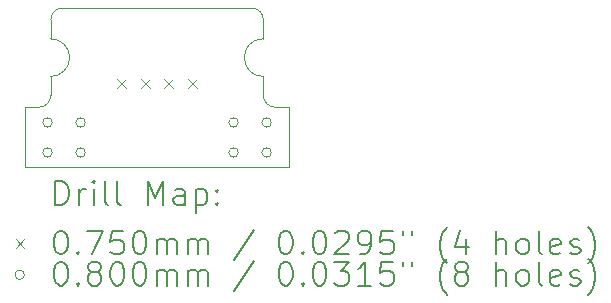
<source format=gbr>
%TF.GenerationSoftware,KiCad,Pcbnew,7.0.8*%
%TF.CreationDate,2025-01-02T16:25:01-08:00*%
%TF.ProjectId,tachometer board,74616368-6f6d-4657-9465-7220626f6172,rev?*%
%TF.SameCoordinates,Original*%
%TF.FileFunction,Drillmap*%
%TF.FilePolarity,Positive*%
%FSLAX45Y45*%
G04 Gerber Fmt 4.5, Leading zero omitted, Abs format (unit mm)*
G04 Created by KiCad (PCBNEW 7.0.8) date 2025-01-02 16:25:01*
%MOMM*%
%LPD*%
G01*
G04 APERTURE LIST*
%ADD10C,0.100000*%
%ADD11C,0.200000*%
%ADD12C,0.075000*%
%ADD13C,0.080000*%
G04 APERTURE END LIST*
D10*
X16419289Y-10074289D02*
X14819289Y-10074289D01*
X14501789Y-11424289D02*
X14501789Y-10914289D01*
X16736789Y-10914289D02*
X16619289Y-10914289D01*
X16519289Y-10814289D02*
X16519289Y-10654289D01*
X16519291Y-10814289D02*
G75*
G03*
X16619289Y-10914289I99999J-1D01*
G01*
X16519291Y-10174289D02*
G75*
G03*
X16419289Y-10074289I-100001J-1D01*
G01*
X14819289Y-10074289D02*
G75*
G03*
X14719289Y-10174289I1J-100001D01*
G01*
X14719289Y-10334289D02*
X14719289Y-10174289D01*
X16519289Y-10334289D02*
X16519289Y-10174289D01*
X14501789Y-10914289D02*
X14619289Y-10914289D01*
X14719289Y-10654291D02*
G75*
G03*
X14719289Y-10334289I1J160001D01*
G01*
X14501789Y-11424289D02*
X16736789Y-11424289D01*
X14719289Y-10814289D02*
X14719289Y-10654289D01*
X16519289Y-10334291D02*
G75*
G03*
X16519289Y-10654289I1J-159999D01*
G01*
X14619289Y-10914289D02*
G75*
G03*
X14719289Y-10814289I1J99999D01*
G01*
X16736789Y-11424289D02*
X16736789Y-10914289D01*
D11*
D12*
X15281789Y-10677500D02*
X15356789Y-10752500D01*
X15356789Y-10677500D02*
X15281789Y-10752500D01*
X15481789Y-10677500D02*
X15556789Y-10752500D01*
X15556789Y-10677500D02*
X15481789Y-10752500D01*
X15681789Y-10677500D02*
X15756789Y-10752500D01*
X15756789Y-10677500D02*
X15681789Y-10752500D01*
X15881789Y-10677500D02*
X15956789Y-10752500D01*
X15956789Y-10677500D02*
X15881789Y-10752500D01*
D13*
X14731789Y-11043000D02*
G75*
G03*
X14731789Y-11043000I-40000J0D01*
G01*
X14731789Y-11297000D02*
G75*
G03*
X14731789Y-11297000I-40000J0D01*
G01*
X15011789Y-11043000D02*
G75*
G03*
X15011789Y-11043000I-40000J0D01*
G01*
X15011789Y-11297000D02*
G75*
G03*
X15011789Y-11297000I-40000J0D01*
G01*
X16306789Y-11043000D02*
G75*
G03*
X16306789Y-11043000I-40000J0D01*
G01*
X16306789Y-11297000D02*
G75*
G03*
X16306789Y-11297000I-40000J0D01*
G01*
X16586789Y-11043000D02*
G75*
G03*
X16586789Y-11043000I-40000J0D01*
G01*
X16586789Y-11297000D02*
G75*
G03*
X16586789Y-11297000I-40000J0D01*
G01*
D11*
X14757566Y-11740773D02*
X14757566Y-11540773D01*
X14757566Y-11540773D02*
X14805185Y-11540773D01*
X14805185Y-11540773D02*
X14833757Y-11550297D01*
X14833757Y-11550297D02*
X14852804Y-11569344D01*
X14852804Y-11569344D02*
X14862328Y-11588392D01*
X14862328Y-11588392D02*
X14871852Y-11626487D01*
X14871852Y-11626487D02*
X14871852Y-11655059D01*
X14871852Y-11655059D02*
X14862328Y-11693154D01*
X14862328Y-11693154D02*
X14852804Y-11712202D01*
X14852804Y-11712202D02*
X14833757Y-11731249D01*
X14833757Y-11731249D02*
X14805185Y-11740773D01*
X14805185Y-11740773D02*
X14757566Y-11740773D01*
X14957566Y-11740773D02*
X14957566Y-11607440D01*
X14957566Y-11645535D02*
X14967090Y-11626487D01*
X14967090Y-11626487D02*
X14976614Y-11616963D01*
X14976614Y-11616963D02*
X14995661Y-11607440D01*
X14995661Y-11607440D02*
X15014709Y-11607440D01*
X15081376Y-11740773D02*
X15081376Y-11607440D01*
X15081376Y-11540773D02*
X15071852Y-11550297D01*
X15071852Y-11550297D02*
X15081376Y-11559821D01*
X15081376Y-11559821D02*
X15090899Y-11550297D01*
X15090899Y-11550297D02*
X15081376Y-11540773D01*
X15081376Y-11540773D02*
X15081376Y-11559821D01*
X15205185Y-11740773D02*
X15186137Y-11731249D01*
X15186137Y-11731249D02*
X15176614Y-11712202D01*
X15176614Y-11712202D02*
X15176614Y-11540773D01*
X15309947Y-11740773D02*
X15290899Y-11731249D01*
X15290899Y-11731249D02*
X15281376Y-11712202D01*
X15281376Y-11712202D02*
X15281376Y-11540773D01*
X15538518Y-11740773D02*
X15538518Y-11540773D01*
X15538518Y-11540773D02*
X15605185Y-11683630D01*
X15605185Y-11683630D02*
X15671852Y-11540773D01*
X15671852Y-11540773D02*
X15671852Y-11740773D01*
X15852804Y-11740773D02*
X15852804Y-11636011D01*
X15852804Y-11636011D02*
X15843280Y-11616963D01*
X15843280Y-11616963D02*
X15824233Y-11607440D01*
X15824233Y-11607440D02*
X15786137Y-11607440D01*
X15786137Y-11607440D02*
X15767090Y-11616963D01*
X15852804Y-11731249D02*
X15833757Y-11740773D01*
X15833757Y-11740773D02*
X15786137Y-11740773D01*
X15786137Y-11740773D02*
X15767090Y-11731249D01*
X15767090Y-11731249D02*
X15757566Y-11712202D01*
X15757566Y-11712202D02*
X15757566Y-11693154D01*
X15757566Y-11693154D02*
X15767090Y-11674106D01*
X15767090Y-11674106D02*
X15786137Y-11664583D01*
X15786137Y-11664583D02*
X15833757Y-11664583D01*
X15833757Y-11664583D02*
X15852804Y-11655059D01*
X15948042Y-11607440D02*
X15948042Y-11807440D01*
X15948042Y-11616963D02*
X15967090Y-11607440D01*
X15967090Y-11607440D02*
X16005185Y-11607440D01*
X16005185Y-11607440D02*
X16024233Y-11616963D01*
X16024233Y-11616963D02*
X16033757Y-11626487D01*
X16033757Y-11626487D02*
X16043280Y-11645535D01*
X16043280Y-11645535D02*
X16043280Y-11702678D01*
X16043280Y-11702678D02*
X16033757Y-11721725D01*
X16033757Y-11721725D02*
X16024233Y-11731249D01*
X16024233Y-11731249D02*
X16005185Y-11740773D01*
X16005185Y-11740773D02*
X15967090Y-11740773D01*
X15967090Y-11740773D02*
X15948042Y-11731249D01*
X16128995Y-11721725D02*
X16138518Y-11731249D01*
X16138518Y-11731249D02*
X16128995Y-11740773D01*
X16128995Y-11740773D02*
X16119471Y-11731249D01*
X16119471Y-11731249D02*
X16128995Y-11721725D01*
X16128995Y-11721725D02*
X16128995Y-11740773D01*
X16128995Y-11616963D02*
X16138518Y-11626487D01*
X16138518Y-11626487D02*
X16128995Y-11636011D01*
X16128995Y-11636011D02*
X16119471Y-11626487D01*
X16119471Y-11626487D02*
X16128995Y-11616963D01*
X16128995Y-11616963D02*
X16128995Y-11636011D01*
D12*
X14421789Y-12031789D02*
X14496789Y-12106789D01*
X14496789Y-12031789D02*
X14421789Y-12106789D01*
D11*
X14795661Y-11960773D02*
X14814709Y-11960773D01*
X14814709Y-11960773D02*
X14833757Y-11970297D01*
X14833757Y-11970297D02*
X14843280Y-11979821D01*
X14843280Y-11979821D02*
X14852804Y-11998868D01*
X14852804Y-11998868D02*
X14862328Y-12036963D01*
X14862328Y-12036963D02*
X14862328Y-12084583D01*
X14862328Y-12084583D02*
X14852804Y-12122678D01*
X14852804Y-12122678D02*
X14843280Y-12141725D01*
X14843280Y-12141725D02*
X14833757Y-12151249D01*
X14833757Y-12151249D02*
X14814709Y-12160773D01*
X14814709Y-12160773D02*
X14795661Y-12160773D01*
X14795661Y-12160773D02*
X14776614Y-12151249D01*
X14776614Y-12151249D02*
X14767090Y-12141725D01*
X14767090Y-12141725D02*
X14757566Y-12122678D01*
X14757566Y-12122678D02*
X14748042Y-12084583D01*
X14748042Y-12084583D02*
X14748042Y-12036963D01*
X14748042Y-12036963D02*
X14757566Y-11998868D01*
X14757566Y-11998868D02*
X14767090Y-11979821D01*
X14767090Y-11979821D02*
X14776614Y-11970297D01*
X14776614Y-11970297D02*
X14795661Y-11960773D01*
X14948042Y-12141725D02*
X14957566Y-12151249D01*
X14957566Y-12151249D02*
X14948042Y-12160773D01*
X14948042Y-12160773D02*
X14938518Y-12151249D01*
X14938518Y-12151249D02*
X14948042Y-12141725D01*
X14948042Y-12141725D02*
X14948042Y-12160773D01*
X15024233Y-11960773D02*
X15157566Y-11960773D01*
X15157566Y-11960773D02*
X15071852Y-12160773D01*
X15328995Y-11960773D02*
X15233757Y-11960773D01*
X15233757Y-11960773D02*
X15224233Y-12056011D01*
X15224233Y-12056011D02*
X15233757Y-12046487D01*
X15233757Y-12046487D02*
X15252804Y-12036963D01*
X15252804Y-12036963D02*
X15300423Y-12036963D01*
X15300423Y-12036963D02*
X15319471Y-12046487D01*
X15319471Y-12046487D02*
X15328995Y-12056011D01*
X15328995Y-12056011D02*
X15338518Y-12075059D01*
X15338518Y-12075059D02*
X15338518Y-12122678D01*
X15338518Y-12122678D02*
X15328995Y-12141725D01*
X15328995Y-12141725D02*
X15319471Y-12151249D01*
X15319471Y-12151249D02*
X15300423Y-12160773D01*
X15300423Y-12160773D02*
X15252804Y-12160773D01*
X15252804Y-12160773D02*
X15233757Y-12151249D01*
X15233757Y-12151249D02*
X15224233Y-12141725D01*
X15462328Y-11960773D02*
X15481376Y-11960773D01*
X15481376Y-11960773D02*
X15500423Y-11970297D01*
X15500423Y-11970297D02*
X15509947Y-11979821D01*
X15509947Y-11979821D02*
X15519471Y-11998868D01*
X15519471Y-11998868D02*
X15528995Y-12036963D01*
X15528995Y-12036963D02*
X15528995Y-12084583D01*
X15528995Y-12084583D02*
X15519471Y-12122678D01*
X15519471Y-12122678D02*
X15509947Y-12141725D01*
X15509947Y-12141725D02*
X15500423Y-12151249D01*
X15500423Y-12151249D02*
X15481376Y-12160773D01*
X15481376Y-12160773D02*
X15462328Y-12160773D01*
X15462328Y-12160773D02*
X15443280Y-12151249D01*
X15443280Y-12151249D02*
X15433757Y-12141725D01*
X15433757Y-12141725D02*
X15424233Y-12122678D01*
X15424233Y-12122678D02*
X15414709Y-12084583D01*
X15414709Y-12084583D02*
X15414709Y-12036963D01*
X15414709Y-12036963D02*
X15424233Y-11998868D01*
X15424233Y-11998868D02*
X15433757Y-11979821D01*
X15433757Y-11979821D02*
X15443280Y-11970297D01*
X15443280Y-11970297D02*
X15462328Y-11960773D01*
X15614709Y-12160773D02*
X15614709Y-12027440D01*
X15614709Y-12046487D02*
X15624233Y-12036963D01*
X15624233Y-12036963D02*
X15643280Y-12027440D01*
X15643280Y-12027440D02*
X15671852Y-12027440D01*
X15671852Y-12027440D02*
X15690899Y-12036963D01*
X15690899Y-12036963D02*
X15700423Y-12056011D01*
X15700423Y-12056011D02*
X15700423Y-12160773D01*
X15700423Y-12056011D02*
X15709947Y-12036963D01*
X15709947Y-12036963D02*
X15728995Y-12027440D01*
X15728995Y-12027440D02*
X15757566Y-12027440D01*
X15757566Y-12027440D02*
X15776614Y-12036963D01*
X15776614Y-12036963D02*
X15786138Y-12056011D01*
X15786138Y-12056011D02*
X15786138Y-12160773D01*
X15881376Y-12160773D02*
X15881376Y-12027440D01*
X15881376Y-12046487D02*
X15890899Y-12036963D01*
X15890899Y-12036963D02*
X15909947Y-12027440D01*
X15909947Y-12027440D02*
X15938519Y-12027440D01*
X15938519Y-12027440D02*
X15957566Y-12036963D01*
X15957566Y-12036963D02*
X15967090Y-12056011D01*
X15967090Y-12056011D02*
X15967090Y-12160773D01*
X15967090Y-12056011D02*
X15976614Y-12036963D01*
X15976614Y-12036963D02*
X15995661Y-12027440D01*
X15995661Y-12027440D02*
X16024233Y-12027440D01*
X16024233Y-12027440D02*
X16043280Y-12036963D01*
X16043280Y-12036963D02*
X16052804Y-12056011D01*
X16052804Y-12056011D02*
X16052804Y-12160773D01*
X16443280Y-11951249D02*
X16271852Y-12208392D01*
X16700423Y-11960773D02*
X16719471Y-11960773D01*
X16719471Y-11960773D02*
X16738519Y-11970297D01*
X16738519Y-11970297D02*
X16748042Y-11979821D01*
X16748042Y-11979821D02*
X16757566Y-11998868D01*
X16757566Y-11998868D02*
X16767090Y-12036963D01*
X16767090Y-12036963D02*
X16767090Y-12084583D01*
X16767090Y-12084583D02*
X16757566Y-12122678D01*
X16757566Y-12122678D02*
X16748042Y-12141725D01*
X16748042Y-12141725D02*
X16738519Y-12151249D01*
X16738519Y-12151249D02*
X16719471Y-12160773D01*
X16719471Y-12160773D02*
X16700423Y-12160773D01*
X16700423Y-12160773D02*
X16681376Y-12151249D01*
X16681376Y-12151249D02*
X16671852Y-12141725D01*
X16671852Y-12141725D02*
X16662328Y-12122678D01*
X16662328Y-12122678D02*
X16652804Y-12084583D01*
X16652804Y-12084583D02*
X16652804Y-12036963D01*
X16652804Y-12036963D02*
X16662328Y-11998868D01*
X16662328Y-11998868D02*
X16671852Y-11979821D01*
X16671852Y-11979821D02*
X16681376Y-11970297D01*
X16681376Y-11970297D02*
X16700423Y-11960773D01*
X16852804Y-12141725D02*
X16862328Y-12151249D01*
X16862328Y-12151249D02*
X16852804Y-12160773D01*
X16852804Y-12160773D02*
X16843281Y-12151249D01*
X16843281Y-12151249D02*
X16852804Y-12141725D01*
X16852804Y-12141725D02*
X16852804Y-12160773D01*
X16986138Y-11960773D02*
X17005185Y-11960773D01*
X17005185Y-11960773D02*
X17024233Y-11970297D01*
X17024233Y-11970297D02*
X17033757Y-11979821D01*
X17033757Y-11979821D02*
X17043281Y-11998868D01*
X17043281Y-11998868D02*
X17052804Y-12036963D01*
X17052804Y-12036963D02*
X17052804Y-12084583D01*
X17052804Y-12084583D02*
X17043281Y-12122678D01*
X17043281Y-12122678D02*
X17033757Y-12141725D01*
X17033757Y-12141725D02*
X17024233Y-12151249D01*
X17024233Y-12151249D02*
X17005185Y-12160773D01*
X17005185Y-12160773D02*
X16986138Y-12160773D01*
X16986138Y-12160773D02*
X16967090Y-12151249D01*
X16967090Y-12151249D02*
X16957566Y-12141725D01*
X16957566Y-12141725D02*
X16948043Y-12122678D01*
X16948043Y-12122678D02*
X16938519Y-12084583D01*
X16938519Y-12084583D02*
X16938519Y-12036963D01*
X16938519Y-12036963D02*
X16948043Y-11998868D01*
X16948043Y-11998868D02*
X16957566Y-11979821D01*
X16957566Y-11979821D02*
X16967090Y-11970297D01*
X16967090Y-11970297D02*
X16986138Y-11960773D01*
X17128995Y-11979821D02*
X17138519Y-11970297D01*
X17138519Y-11970297D02*
X17157566Y-11960773D01*
X17157566Y-11960773D02*
X17205185Y-11960773D01*
X17205185Y-11960773D02*
X17224233Y-11970297D01*
X17224233Y-11970297D02*
X17233757Y-11979821D01*
X17233757Y-11979821D02*
X17243281Y-11998868D01*
X17243281Y-11998868D02*
X17243281Y-12017916D01*
X17243281Y-12017916D02*
X17233757Y-12046487D01*
X17233757Y-12046487D02*
X17119471Y-12160773D01*
X17119471Y-12160773D02*
X17243281Y-12160773D01*
X17338519Y-12160773D02*
X17376614Y-12160773D01*
X17376614Y-12160773D02*
X17395662Y-12151249D01*
X17395662Y-12151249D02*
X17405185Y-12141725D01*
X17405185Y-12141725D02*
X17424233Y-12113154D01*
X17424233Y-12113154D02*
X17433757Y-12075059D01*
X17433757Y-12075059D02*
X17433757Y-11998868D01*
X17433757Y-11998868D02*
X17424233Y-11979821D01*
X17424233Y-11979821D02*
X17414709Y-11970297D01*
X17414709Y-11970297D02*
X17395662Y-11960773D01*
X17395662Y-11960773D02*
X17357566Y-11960773D01*
X17357566Y-11960773D02*
X17338519Y-11970297D01*
X17338519Y-11970297D02*
X17328995Y-11979821D01*
X17328995Y-11979821D02*
X17319471Y-11998868D01*
X17319471Y-11998868D02*
X17319471Y-12046487D01*
X17319471Y-12046487D02*
X17328995Y-12065535D01*
X17328995Y-12065535D02*
X17338519Y-12075059D01*
X17338519Y-12075059D02*
X17357566Y-12084583D01*
X17357566Y-12084583D02*
X17395662Y-12084583D01*
X17395662Y-12084583D02*
X17414709Y-12075059D01*
X17414709Y-12075059D02*
X17424233Y-12065535D01*
X17424233Y-12065535D02*
X17433757Y-12046487D01*
X17614709Y-11960773D02*
X17519471Y-11960773D01*
X17519471Y-11960773D02*
X17509947Y-12056011D01*
X17509947Y-12056011D02*
X17519471Y-12046487D01*
X17519471Y-12046487D02*
X17538519Y-12036963D01*
X17538519Y-12036963D02*
X17586138Y-12036963D01*
X17586138Y-12036963D02*
X17605185Y-12046487D01*
X17605185Y-12046487D02*
X17614709Y-12056011D01*
X17614709Y-12056011D02*
X17624233Y-12075059D01*
X17624233Y-12075059D02*
X17624233Y-12122678D01*
X17624233Y-12122678D02*
X17614709Y-12141725D01*
X17614709Y-12141725D02*
X17605185Y-12151249D01*
X17605185Y-12151249D02*
X17586138Y-12160773D01*
X17586138Y-12160773D02*
X17538519Y-12160773D01*
X17538519Y-12160773D02*
X17519471Y-12151249D01*
X17519471Y-12151249D02*
X17509947Y-12141725D01*
X17700424Y-11960773D02*
X17700424Y-11998868D01*
X17776614Y-11960773D02*
X17776614Y-11998868D01*
X18071852Y-12236963D02*
X18062328Y-12227440D01*
X18062328Y-12227440D02*
X18043281Y-12198868D01*
X18043281Y-12198868D02*
X18033757Y-12179821D01*
X18033757Y-12179821D02*
X18024233Y-12151249D01*
X18024233Y-12151249D02*
X18014709Y-12103630D01*
X18014709Y-12103630D02*
X18014709Y-12065535D01*
X18014709Y-12065535D02*
X18024233Y-12017916D01*
X18024233Y-12017916D02*
X18033757Y-11989344D01*
X18033757Y-11989344D02*
X18043281Y-11970297D01*
X18043281Y-11970297D02*
X18062328Y-11941725D01*
X18062328Y-11941725D02*
X18071852Y-11932202D01*
X18233757Y-12027440D02*
X18233757Y-12160773D01*
X18186138Y-11951249D02*
X18138519Y-12094106D01*
X18138519Y-12094106D02*
X18262328Y-12094106D01*
X18490900Y-12160773D02*
X18490900Y-11960773D01*
X18576614Y-12160773D02*
X18576614Y-12056011D01*
X18576614Y-12056011D02*
X18567090Y-12036963D01*
X18567090Y-12036963D02*
X18548043Y-12027440D01*
X18548043Y-12027440D02*
X18519471Y-12027440D01*
X18519471Y-12027440D02*
X18500424Y-12036963D01*
X18500424Y-12036963D02*
X18490900Y-12046487D01*
X18700424Y-12160773D02*
X18681376Y-12151249D01*
X18681376Y-12151249D02*
X18671852Y-12141725D01*
X18671852Y-12141725D02*
X18662328Y-12122678D01*
X18662328Y-12122678D02*
X18662328Y-12065535D01*
X18662328Y-12065535D02*
X18671852Y-12046487D01*
X18671852Y-12046487D02*
X18681376Y-12036963D01*
X18681376Y-12036963D02*
X18700424Y-12027440D01*
X18700424Y-12027440D02*
X18728995Y-12027440D01*
X18728995Y-12027440D02*
X18748043Y-12036963D01*
X18748043Y-12036963D02*
X18757567Y-12046487D01*
X18757567Y-12046487D02*
X18767090Y-12065535D01*
X18767090Y-12065535D02*
X18767090Y-12122678D01*
X18767090Y-12122678D02*
X18757567Y-12141725D01*
X18757567Y-12141725D02*
X18748043Y-12151249D01*
X18748043Y-12151249D02*
X18728995Y-12160773D01*
X18728995Y-12160773D02*
X18700424Y-12160773D01*
X18881376Y-12160773D02*
X18862328Y-12151249D01*
X18862328Y-12151249D02*
X18852805Y-12132202D01*
X18852805Y-12132202D02*
X18852805Y-11960773D01*
X19033757Y-12151249D02*
X19014709Y-12160773D01*
X19014709Y-12160773D02*
X18976614Y-12160773D01*
X18976614Y-12160773D02*
X18957567Y-12151249D01*
X18957567Y-12151249D02*
X18948043Y-12132202D01*
X18948043Y-12132202D02*
X18948043Y-12056011D01*
X18948043Y-12056011D02*
X18957567Y-12036963D01*
X18957567Y-12036963D02*
X18976614Y-12027440D01*
X18976614Y-12027440D02*
X19014709Y-12027440D01*
X19014709Y-12027440D02*
X19033757Y-12036963D01*
X19033757Y-12036963D02*
X19043281Y-12056011D01*
X19043281Y-12056011D02*
X19043281Y-12075059D01*
X19043281Y-12075059D02*
X18948043Y-12094106D01*
X19119471Y-12151249D02*
X19138519Y-12160773D01*
X19138519Y-12160773D02*
X19176614Y-12160773D01*
X19176614Y-12160773D02*
X19195662Y-12151249D01*
X19195662Y-12151249D02*
X19205186Y-12132202D01*
X19205186Y-12132202D02*
X19205186Y-12122678D01*
X19205186Y-12122678D02*
X19195662Y-12103630D01*
X19195662Y-12103630D02*
X19176614Y-12094106D01*
X19176614Y-12094106D02*
X19148043Y-12094106D01*
X19148043Y-12094106D02*
X19128995Y-12084583D01*
X19128995Y-12084583D02*
X19119471Y-12065535D01*
X19119471Y-12065535D02*
X19119471Y-12056011D01*
X19119471Y-12056011D02*
X19128995Y-12036963D01*
X19128995Y-12036963D02*
X19148043Y-12027440D01*
X19148043Y-12027440D02*
X19176614Y-12027440D01*
X19176614Y-12027440D02*
X19195662Y-12036963D01*
X19271852Y-12236963D02*
X19281376Y-12227440D01*
X19281376Y-12227440D02*
X19300424Y-12198868D01*
X19300424Y-12198868D02*
X19309948Y-12179821D01*
X19309948Y-12179821D02*
X19319471Y-12151249D01*
X19319471Y-12151249D02*
X19328995Y-12103630D01*
X19328995Y-12103630D02*
X19328995Y-12065535D01*
X19328995Y-12065535D02*
X19319471Y-12017916D01*
X19319471Y-12017916D02*
X19309948Y-11989344D01*
X19309948Y-11989344D02*
X19300424Y-11970297D01*
X19300424Y-11970297D02*
X19281376Y-11941725D01*
X19281376Y-11941725D02*
X19271852Y-11932202D01*
D13*
X14496789Y-12333289D02*
G75*
G03*
X14496789Y-12333289I-40000J0D01*
G01*
D11*
X14795661Y-12224773D02*
X14814709Y-12224773D01*
X14814709Y-12224773D02*
X14833757Y-12234297D01*
X14833757Y-12234297D02*
X14843280Y-12243821D01*
X14843280Y-12243821D02*
X14852804Y-12262868D01*
X14852804Y-12262868D02*
X14862328Y-12300963D01*
X14862328Y-12300963D02*
X14862328Y-12348583D01*
X14862328Y-12348583D02*
X14852804Y-12386678D01*
X14852804Y-12386678D02*
X14843280Y-12405725D01*
X14843280Y-12405725D02*
X14833757Y-12415249D01*
X14833757Y-12415249D02*
X14814709Y-12424773D01*
X14814709Y-12424773D02*
X14795661Y-12424773D01*
X14795661Y-12424773D02*
X14776614Y-12415249D01*
X14776614Y-12415249D02*
X14767090Y-12405725D01*
X14767090Y-12405725D02*
X14757566Y-12386678D01*
X14757566Y-12386678D02*
X14748042Y-12348583D01*
X14748042Y-12348583D02*
X14748042Y-12300963D01*
X14748042Y-12300963D02*
X14757566Y-12262868D01*
X14757566Y-12262868D02*
X14767090Y-12243821D01*
X14767090Y-12243821D02*
X14776614Y-12234297D01*
X14776614Y-12234297D02*
X14795661Y-12224773D01*
X14948042Y-12405725D02*
X14957566Y-12415249D01*
X14957566Y-12415249D02*
X14948042Y-12424773D01*
X14948042Y-12424773D02*
X14938518Y-12415249D01*
X14938518Y-12415249D02*
X14948042Y-12405725D01*
X14948042Y-12405725D02*
X14948042Y-12424773D01*
X15071852Y-12310487D02*
X15052804Y-12300963D01*
X15052804Y-12300963D02*
X15043280Y-12291440D01*
X15043280Y-12291440D02*
X15033757Y-12272392D01*
X15033757Y-12272392D02*
X15033757Y-12262868D01*
X15033757Y-12262868D02*
X15043280Y-12243821D01*
X15043280Y-12243821D02*
X15052804Y-12234297D01*
X15052804Y-12234297D02*
X15071852Y-12224773D01*
X15071852Y-12224773D02*
X15109947Y-12224773D01*
X15109947Y-12224773D02*
X15128995Y-12234297D01*
X15128995Y-12234297D02*
X15138518Y-12243821D01*
X15138518Y-12243821D02*
X15148042Y-12262868D01*
X15148042Y-12262868D02*
X15148042Y-12272392D01*
X15148042Y-12272392D02*
X15138518Y-12291440D01*
X15138518Y-12291440D02*
X15128995Y-12300963D01*
X15128995Y-12300963D02*
X15109947Y-12310487D01*
X15109947Y-12310487D02*
X15071852Y-12310487D01*
X15071852Y-12310487D02*
X15052804Y-12320011D01*
X15052804Y-12320011D02*
X15043280Y-12329535D01*
X15043280Y-12329535D02*
X15033757Y-12348583D01*
X15033757Y-12348583D02*
X15033757Y-12386678D01*
X15033757Y-12386678D02*
X15043280Y-12405725D01*
X15043280Y-12405725D02*
X15052804Y-12415249D01*
X15052804Y-12415249D02*
X15071852Y-12424773D01*
X15071852Y-12424773D02*
X15109947Y-12424773D01*
X15109947Y-12424773D02*
X15128995Y-12415249D01*
X15128995Y-12415249D02*
X15138518Y-12405725D01*
X15138518Y-12405725D02*
X15148042Y-12386678D01*
X15148042Y-12386678D02*
X15148042Y-12348583D01*
X15148042Y-12348583D02*
X15138518Y-12329535D01*
X15138518Y-12329535D02*
X15128995Y-12320011D01*
X15128995Y-12320011D02*
X15109947Y-12310487D01*
X15271852Y-12224773D02*
X15290899Y-12224773D01*
X15290899Y-12224773D02*
X15309947Y-12234297D01*
X15309947Y-12234297D02*
X15319471Y-12243821D01*
X15319471Y-12243821D02*
X15328995Y-12262868D01*
X15328995Y-12262868D02*
X15338518Y-12300963D01*
X15338518Y-12300963D02*
X15338518Y-12348583D01*
X15338518Y-12348583D02*
X15328995Y-12386678D01*
X15328995Y-12386678D02*
X15319471Y-12405725D01*
X15319471Y-12405725D02*
X15309947Y-12415249D01*
X15309947Y-12415249D02*
X15290899Y-12424773D01*
X15290899Y-12424773D02*
X15271852Y-12424773D01*
X15271852Y-12424773D02*
X15252804Y-12415249D01*
X15252804Y-12415249D02*
X15243280Y-12405725D01*
X15243280Y-12405725D02*
X15233757Y-12386678D01*
X15233757Y-12386678D02*
X15224233Y-12348583D01*
X15224233Y-12348583D02*
X15224233Y-12300963D01*
X15224233Y-12300963D02*
X15233757Y-12262868D01*
X15233757Y-12262868D02*
X15243280Y-12243821D01*
X15243280Y-12243821D02*
X15252804Y-12234297D01*
X15252804Y-12234297D02*
X15271852Y-12224773D01*
X15462328Y-12224773D02*
X15481376Y-12224773D01*
X15481376Y-12224773D02*
X15500423Y-12234297D01*
X15500423Y-12234297D02*
X15509947Y-12243821D01*
X15509947Y-12243821D02*
X15519471Y-12262868D01*
X15519471Y-12262868D02*
X15528995Y-12300963D01*
X15528995Y-12300963D02*
X15528995Y-12348583D01*
X15528995Y-12348583D02*
X15519471Y-12386678D01*
X15519471Y-12386678D02*
X15509947Y-12405725D01*
X15509947Y-12405725D02*
X15500423Y-12415249D01*
X15500423Y-12415249D02*
X15481376Y-12424773D01*
X15481376Y-12424773D02*
X15462328Y-12424773D01*
X15462328Y-12424773D02*
X15443280Y-12415249D01*
X15443280Y-12415249D02*
X15433757Y-12405725D01*
X15433757Y-12405725D02*
X15424233Y-12386678D01*
X15424233Y-12386678D02*
X15414709Y-12348583D01*
X15414709Y-12348583D02*
X15414709Y-12300963D01*
X15414709Y-12300963D02*
X15424233Y-12262868D01*
X15424233Y-12262868D02*
X15433757Y-12243821D01*
X15433757Y-12243821D02*
X15443280Y-12234297D01*
X15443280Y-12234297D02*
X15462328Y-12224773D01*
X15614709Y-12424773D02*
X15614709Y-12291440D01*
X15614709Y-12310487D02*
X15624233Y-12300963D01*
X15624233Y-12300963D02*
X15643280Y-12291440D01*
X15643280Y-12291440D02*
X15671852Y-12291440D01*
X15671852Y-12291440D02*
X15690899Y-12300963D01*
X15690899Y-12300963D02*
X15700423Y-12320011D01*
X15700423Y-12320011D02*
X15700423Y-12424773D01*
X15700423Y-12320011D02*
X15709947Y-12300963D01*
X15709947Y-12300963D02*
X15728995Y-12291440D01*
X15728995Y-12291440D02*
X15757566Y-12291440D01*
X15757566Y-12291440D02*
X15776614Y-12300963D01*
X15776614Y-12300963D02*
X15786138Y-12320011D01*
X15786138Y-12320011D02*
X15786138Y-12424773D01*
X15881376Y-12424773D02*
X15881376Y-12291440D01*
X15881376Y-12310487D02*
X15890899Y-12300963D01*
X15890899Y-12300963D02*
X15909947Y-12291440D01*
X15909947Y-12291440D02*
X15938519Y-12291440D01*
X15938519Y-12291440D02*
X15957566Y-12300963D01*
X15957566Y-12300963D02*
X15967090Y-12320011D01*
X15967090Y-12320011D02*
X15967090Y-12424773D01*
X15967090Y-12320011D02*
X15976614Y-12300963D01*
X15976614Y-12300963D02*
X15995661Y-12291440D01*
X15995661Y-12291440D02*
X16024233Y-12291440D01*
X16024233Y-12291440D02*
X16043280Y-12300963D01*
X16043280Y-12300963D02*
X16052804Y-12320011D01*
X16052804Y-12320011D02*
X16052804Y-12424773D01*
X16443280Y-12215249D02*
X16271852Y-12472392D01*
X16700423Y-12224773D02*
X16719471Y-12224773D01*
X16719471Y-12224773D02*
X16738519Y-12234297D01*
X16738519Y-12234297D02*
X16748042Y-12243821D01*
X16748042Y-12243821D02*
X16757566Y-12262868D01*
X16757566Y-12262868D02*
X16767090Y-12300963D01*
X16767090Y-12300963D02*
X16767090Y-12348583D01*
X16767090Y-12348583D02*
X16757566Y-12386678D01*
X16757566Y-12386678D02*
X16748042Y-12405725D01*
X16748042Y-12405725D02*
X16738519Y-12415249D01*
X16738519Y-12415249D02*
X16719471Y-12424773D01*
X16719471Y-12424773D02*
X16700423Y-12424773D01*
X16700423Y-12424773D02*
X16681376Y-12415249D01*
X16681376Y-12415249D02*
X16671852Y-12405725D01*
X16671852Y-12405725D02*
X16662328Y-12386678D01*
X16662328Y-12386678D02*
X16652804Y-12348583D01*
X16652804Y-12348583D02*
X16652804Y-12300963D01*
X16652804Y-12300963D02*
X16662328Y-12262868D01*
X16662328Y-12262868D02*
X16671852Y-12243821D01*
X16671852Y-12243821D02*
X16681376Y-12234297D01*
X16681376Y-12234297D02*
X16700423Y-12224773D01*
X16852804Y-12405725D02*
X16862328Y-12415249D01*
X16862328Y-12415249D02*
X16852804Y-12424773D01*
X16852804Y-12424773D02*
X16843281Y-12415249D01*
X16843281Y-12415249D02*
X16852804Y-12405725D01*
X16852804Y-12405725D02*
X16852804Y-12424773D01*
X16986138Y-12224773D02*
X17005185Y-12224773D01*
X17005185Y-12224773D02*
X17024233Y-12234297D01*
X17024233Y-12234297D02*
X17033757Y-12243821D01*
X17033757Y-12243821D02*
X17043281Y-12262868D01*
X17043281Y-12262868D02*
X17052804Y-12300963D01*
X17052804Y-12300963D02*
X17052804Y-12348583D01*
X17052804Y-12348583D02*
X17043281Y-12386678D01*
X17043281Y-12386678D02*
X17033757Y-12405725D01*
X17033757Y-12405725D02*
X17024233Y-12415249D01*
X17024233Y-12415249D02*
X17005185Y-12424773D01*
X17005185Y-12424773D02*
X16986138Y-12424773D01*
X16986138Y-12424773D02*
X16967090Y-12415249D01*
X16967090Y-12415249D02*
X16957566Y-12405725D01*
X16957566Y-12405725D02*
X16948043Y-12386678D01*
X16948043Y-12386678D02*
X16938519Y-12348583D01*
X16938519Y-12348583D02*
X16938519Y-12300963D01*
X16938519Y-12300963D02*
X16948043Y-12262868D01*
X16948043Y-12262868D02*
X16957566Y-12243821D01*
X16957566Y-12243821D02*
X16967090Y-12234297D01*
X16967090Y-12234297D02*
X16986138Y-12224773D01*
X17119471Y-12224773D02*
X17243281Y-12224773D01*
X17243281Y-12224773D02*
X17176614Y-12300963D01*
X17176614Y-12300963D02*
X17205185Y-12300963D01*
X17205185Y-12300963D02*
X17224233Y-12310487D01*
X17224233Y-12310487D02*
X17233757Y-12320011D01*
X17233757Y-12320011D02*
X17243281Y-12339059D01*
X17243281Y-12339059D02*
X17243281Y-12386678D01*
X17243281Y-12386678D02*
X17233757Y-12405725D01*
X17233757Y-12405725D02*
X17224233Y-12415249D01*
X17224233Y-12415249D02*
X17205185Y-12424773D01*
X17205185Y-12424773D02*
X17148043Y-12424773D01*
X17148043Y-12424773D02*
X17128995Y-12415249D01*
X17128995Y-12415249D02*
X17119471Y-12405725D01*
X17433757Y-12424773D02*
X17319471Y-12424773D01*
X17376614Y-12424773D02*
X17376614Y-12224773D01*
X17376614Y-12224773D02*
X17357566Y-12253344D01*
X17357566Y-12253344D02*
X17338519Y-12272392D01*
X17338519Y-12272392D02*
X17319471Y-12281916D01*
X17614709Y-12224773D02*
X17519471Y-12224773D01*
X17519471Y-12224773D02*
X17509947Y-12320011D01*
X17509947Y-12320011D02*
X17519471Y-12310487D01*
X17519471Y-12310487D02*
X17538519Y-12300963D01*
X17538519Y-12300963D02*
X17586138Y-12300963D01*
X17586138Y-12300963D02*
X17605185Y-12310487D01*
X17605185Y-12310487D02*
X17614709Y-12320011D01*
X17614709Y-12320011D02*
X17624233Y-12339059D01*
X17624233Y-12339059D02*
X17624233Y-12386678D01*
X17624233Y-12386678D02*
X17614709Y-12405725D01*
X17614709Y-12405725D02*
X17605185Y-12415249D01*
X17605185Y-12415249D02*
X17586138Y-12424773D01*
X17586138Y-12424773D02*
X17538519Y-12424773D01*
X17538519Y-12424773D02*
X17519471Y-12415249D01*
X17519471Y-12415249D02*
X17509947Y-12405725D01*
X17700424Y-12224773D02*
X17700424Y-12262868D01*
X17776614Y-12224773D02*
X17776614Y-12262868D01*
X18071852Y-12500963D02*
X18062328Y-12491440D01*
X18062328Y-12491440D02*
X18043281Y-12462868D01*
X18043281Y-12462868D02*
X18033757Y-12443821D01*
X18033757Y-12443821D02*
X18024233Y-12415249D01*
X18024233Y-12415249D02*
X18014709Y-12367630D01*
X18014709Y-12367630D02*
X18014709Y-12329535D01*
X18014709Y-12329535D02*
X18024233Y-12281916D01*
X18024233Y-12281916D02*
X18033757Y-12253344D01*
X18033757Y-12253344D02*
X18043281Y-12234297D01*
X18043281Y-12234297D02*
X18062328Y-12205725D01*
X18062328Y-12205725D02*
X18071852Y-12196202D01*
X18176614Y-12310487D02*
X18157566Y-12300963D01*
X18157566Y-12300963D02*
X18148043Y-12291440D01*
X18148043Y-12291440D02*
X18138519Y-12272392D01*
X18138519Y-12272392D02*
X18138519Y-12262868D01*
X18138519Y-12262868D02*
X18148043Y-12243821D01*
X18148043Y-12243821D02*
X18157566Y-12234297D01*
X18157566Y-12234297D02*
X18176614Y-12224773D01*
X18176614Y-12224773D02*
X18214709Y-12224773D01*
X18214709Y-12224773D02*
X18233757Y-12234297D01*
X18233757Y-12234297D02*
X18243281Y-12243821D01*
X18243281Y-12243821D02*
X18252805Y-12262868D01*
X18252805Y-12262868D02*
X18252805Y-12272392D01*
X18252805Y-12272392D02*
X18243281Y-12291440D01*
X18243281Y-12291440D02*
X18233757Y-12300963D01*
X18233757Y-12300963D02*
X18214709Y-12310487D01*
X18214709Y-12310487D02*
X18176614Y-12310487D01*
X18176614Y-12310487D02*
X18157566Y-12320011D01*
X18157566Y-12320011D02*
X18148043Y-12329535D01*
X18148043Y-12329535D02*
X18138519Y-12348583D01*
X18138519Y-12348583D02*
X18138519Y-12386678D01*
X18138519Y-12386678D02*
X18148043Y-12405725D01*
X18148043Y-12405725D02*
X18157566Y-12415249D01*
X18157566Y-12415249D02*
X18176614Y-12424773D01*
X18176614Y-12424773D02*
X18214709Y-12424773D01*
X18214709Y-12424773D02*
X18233757Y-12415249D01*
X18233757Y-12415249D02*
X18243281Y-12405725D01*
X18243281Y-12405725D02*
X18252805Y-12386678D01*
X18252805Y-12386678D02*
X18252805Y-12348583D01*
X18252805Y-12348583D02*
X18243281Y-12329535D01*
X18243281Y-12329535D02*
X18233757Y-12320011D01*
X18233757Y-12320011D02*
X18214709Y-12310487D01*
X18490900Y-12424773D02*
X18490900Y-12224773D01*
X18576614Y-12424773D02*
X18576614Y-12320011D01*
X18576614Y-12320011D02*
X18567090Y-12300963D01*
X18567090Y-12300963D02*
X18548043Y-12291440D01*
X18548043Y-12291440D02*
X18519471Y-12291440D01*
X18519471Y-12291440D02*
X18500424Y-12300963D01*
X18500424Y-12300963D02*
X18490900Y-12310487D01*
X18700424Y-12424773D02*
X18681376Y-12415249D01*
X18681376Y-12415249D02*
X18671852Y-12405725D01*
X18671852Y-12405725D02*
X18662328Y-12386678D01*
X18662328Y-12386678D02*
X18662328Y-12329535D01*
X18662328Y-12329535D02*
X18671852Y-12310487D01*
X18671852Y-12310487D02*
X18681376Y-12300963D01*
X18681376Y-12300963D02*
X18700424Y-12291440D01*
X18700424Y-12291440D02*
X18728995Y-12291440D01*
X18728995Y-12291440D02*
X18748043Y-12300963D01*
X18748043Y-12300963D02*
X18757567Y-12310487D01*
X18757567Y-12310487D02*
X18767090Y-12329535D01*
X18767090Y-12329535D02*
X18767090Y-12386678D01*
X18767090Y-12386678D02*
X18757567Y-12405725D01*
X18757567Y-12405725D02*
X18748043Y-12415249D01*
X18748043Y-12415249D02*
X18728995Y-12424773D01*
X18728995Y-12424773D02*
X18700424Y-12424773D01*
X18881376Y-12424773D02*
X18862328Y-12415249D01*
X18862328Y-12415249D02*
X18852805Y-12396202D01*
X18852805Y-12396202D02*
X18852805Y-12224773D01*
X19033757Y-12415249D02*
X19014709Y-12424773D01*
X19014709Y-12424773D02*
X18976614Y-12424773D01*
X18976614Y-12424773D02*
X18957567Y-12415249D01*
X18957567Y-12415249D02*
X18948043Y-12396202D01*
X18948043Y-12396202D02*
X18948043Y-12320011D01*
X18948043Y-12320011D02*
X18957567Y-12300963D01*
X18957567Y-12300963D02*
X18976614Y-12291440D01*
X18976614Y-12291440D02*
X19014709Y-12291440D01*
X19014709Y-12291440D02*
X19033757Y-12300963D01*
X19033757Y-12300963D02*
X19043281Y-12320011D01*
X19043281Y-12320011D02*
X19043281Y-12339059D01*
X19043281Y-12339059D02*
X18948043Y-12358106D01*
X19119471Y-12415249D02*
X19138519Y-12424773D01*
X19138519Y-12424773D02*
X19176614Y-12424773D01*
X19176614Y-12424773D02*
X19195662Y-12415249D01*
X19195662Y-12415249D02*
X19205186Y-12396202D01*
X19205186Y-12396202D02*
X19205186Y-12386678D01*
X19205186Y-12386678D02*
X19195662Y-12367630D01*
X19195662Y-12367630D02*
X19176614Y-12358106D01*
X19176614Y-12358106D02*
X19148043Y-12358106D01*
X19148043Y-12358106D02*
X19128995Y-12348583D01*
X19128995Y-12348583D02*
X19119471Y-12329535D01*
X19119471Y-12329535D02*
X19119471Y-12320011D01*
X19119471Y-12320011D02*
X19128995Y-12300963D01*
X19128995Y-12300963D02*
X19148043Y-12291440D01*
X19148043Y-12291440D02*
X19176614Y-12291440D01*
X19176614Y-12291440D02*
X19195662Y-12300963D01*
X19271852Y-12500963D02*
X19281376Y-12491440D01*
X19281376Y-12491440D02*
X19300424Y-12462868D01*
X19300424Y-12462868D02*
X19309948Y-12443821D01*
X19309948Y-12443821D02*
X19319471Y-12415249D01*
X19319471Y-12415249D02*
X19328995Y-12367630D01*
X19328995Y-12367630D02*
X19328995Y-12329535D01*
X19328995Y-12329535D02*
X19319471Y-12281916D01*
X19319471Y-12281916D02*
X19309948Y-12253344D01*
X19309948Y-12253344D02*
X19300424Y-12234297D01*
X19300424Y-12234297D02*
X19281376Y-12205725D01*
X19281376Y-12205725D02*
X19271852Y-12196202D01*
M02*

</source>
